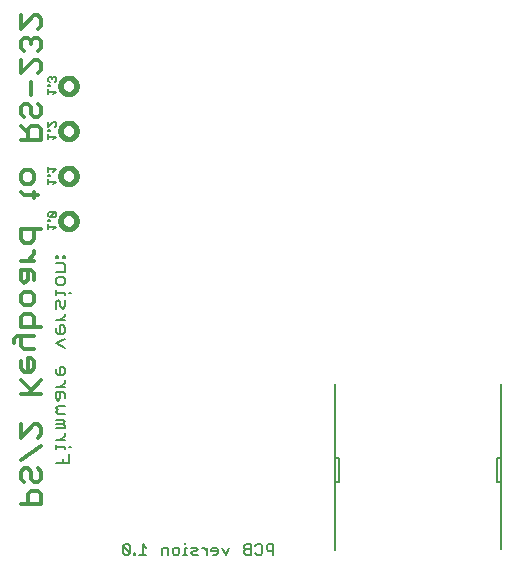
<source format=gbo>
G75*
%MOIN*%
%OFA0B0*%
%FSLAX25Y25*%
%IPPOS*%
%LPD*%
%AMOC8*
5,1,8,0,0,1.08239X$1,22.5*
%
%ADD10C,0.01200*%
%ADD11C,0.00800*%
%ADD12C,0.01600*%
%ADD13C,0.00500*%
%ADD14C,0.00600*%
D10*
X0009100Y0023100D02*
X0015906Y0023100D01*
X0015906Y0026503D01*
X0014772Y0027637D01*
X0012503Y0027637D01*
X0011369Y0026503D01*
X0011369Y0023100D01*
X0010234Y0030466D02*
X0009100Y0031601D01*
X0009100Y0033869D01*
X0010234Y0035003D01*
X0011369Y0035003D01*
X0012503Y0033869D01*
X0012503Y0031601D01*
X0013637Y0030466D01*
X0014772Y0030466D01*
X0015906Y0031601D01*
X0015906Y0033869D01*
X0014772Y0035003D01*
X0009100Y0037833D02*
X0015906Y0042370D01*
X0014772Y0045199D02*
X0015906Y0046333D01*
X0015906Y0048602D01*
X0014772Y0049736D01*
X0013637Y0049736D01*
X0009100Y0045199D01*
X0009100Y0049736D01*
X0009100Y0059931D02*
X0015906Y0059931D01*
X0012503Y0061066D02*
X0009100Y0064469D01*
X0010234Y0067298D02*
X0009100Y0068432D01*
X0009100Y0070701D01*
X0011369Y0071835D02*
X0011369Y0067298D01*
X0012503Y0067298D02*
X0013637Y0068432D01*
X0013637Y0070701D01*
X0012503Y0071835D01*
X0011369Y0071835D01*
X0010234Y0074664D02*
X0009100Y0075798D01*
X0009100Y0079201D01*
X0007966Y0079201D02*
X0006831Y0078067D01*
X0006831Y0076933D01*
X0007966Y0079201D02*
X0013637Y0079201D01*
X0013637Y0082030D02*
X0013637Y0085433D01*
X0012503Y0086568D01*
X0010234Y0086568D01*
X0009100Y0085433D01*
X0009100Y0082030D01*
X0015906Y0082030D01*
X0012503Y0089397D02*
X0010234Y0089397D01*
X0009100Y0090531D01*
X0009100Y0092800D01*
X0010234Y0093934D01*
X0012503Y0093934D01*
X0013637Y0092800D01*
X0013637Y0090531D01*
X0012503Y0089397D01*
X0010234Y0096763D02*
X0011369Y0097897D01*
X0011369Y0101300D01*
X0012503Y0101300D02*
X0009100Y0101300D01*
X0009100Y0097897D01*
X0010234Y0096763D01*
X0013637Y0097897D02*
X0013637Y0100166D01*
X0012503Y0101300D01*
X0013637Y0104129D02*
X0009100Y0104129D01*
X0011369Y0104129D02*
X0013637Y0106398D01*
X0013637Y0107532D01*
X0012503Y0110268D02*
X0013637Y0111402D01*
X0013637Y0114805D01*
X0015906Y0114805D02*
X0009100Y0114805D01*
X0009100Y0111402D01*
X0010234Y0110268D01*
X0012503Y0110268D01*
X0013637Y0125000D02*
X0013637Y0127269D01*
X0014772Y0126135D02*
X0010234Y0126135D01*
X0009100Y0127269D01*
X0010234Y0129911D02*
X0009100Y0131045D01*
X0009100Y0133314D01*
X0010234Y0134448D01*
X0012503Y0134448D01*
X0013637Y0133314D01*
X0013637Y0131045D01*
X0012503Y0129911D01*
X0010234Y0129911D01*
X0009100Y0144644D02*
X0015906Y0144644D01*
X0015906Y0148047D01*
X0014772Y0149181D01*
X0012503Y0149181D01*
X0011369Y0148047D01*
X0011369Y0144644D01*
X0011369Y0146912D02*
X0009100Y0149181D01*
X0010234Y0152010D02*
X0009100Y0153144D01*
X0009100Y0155413D01*
X0010234Y0156547D01*
X0011369Y0156547D01*
X0012503Y0155413D01*
X0012503Y0153144D01*
X0013637Y0152010D01*
X0014772Y0152010D01*
X0015906Y0153144D01*
X0015906Y0155413D01*
X0014772Y0156547D01*
X0012503Y0159376D02*
X0012503Y0163914D01*
X0014772Y0166743D02*
X0015906Y0167877D01*
X0015906Y0170146D01*
X0014772Y0171280D01*
X0013637Y0171280D01*
X0009100Y0166743D01*
X0009100Y0171280D01*
X0010234Y0174109D02*
X0009100Y0175243D01*
X0009100Y0177512D01*
X0010234Y0178646D01*
X0011369Y0178646D01*
X0012503Y0177512D01*
X0012503Y0176378D01*
X0012503Y0177512D02*
X0013637Y0178646D01*
X0014772Y0178646D01*
X0015906Y0177512D01*
X0015906Y0175243D01*
X0014772Y0174109D01*
X0014772Y0181475D02*
X0015906Y0182610D01*
X0015906Y0184878D01*
X0014772Y0186012D01*
X0013637Y0186012D01*
X0009100Y0181475D01*
X0009100Y0186012D01*
X0010234Y0074664D02*
X0013637Y0074664D01*
X0012503Y0067298D02*
X0010234Y0067298D01*
X0015906Y0064469D02*
X0011369Y0059931D01*
D11*
X0020900Y0060420D02*
X0020900Y0058318D01*
X0021601Y0057618D01*
X0022301Y0058318D01*
X0022301Y0060420D01*
X0023002Y0060420D02*
X0020900Y0060420D01*
X0020900Y0062222D02*
X0023702Y0062222D01*
X0022301Y0062222D02*
X0023702Y0063623D01*
X0023702Y0064323D01*
X0023002Y0066058D02*
X0021601Y0066058D01*
X0020900Y0066759D01*
X0020900Y0068160D01*
X0022301Y0068861D02*
X0022301Y0066058D01*
X0023002Y0066058D02*
X0023702Y0066759D01*
X0023702Y0068160D01*
X0023002Y0068861D01*
X0022301Y0068861D01*
X0023702Y0075266D02*
X0020900Y0076667D01*
X0023702Y0078068D01*
X0023002Y0079870D02*
X0021601Y0079870D01*
X0020900Y0080571D01*
X0020900Y0081972D01*
X0022301Y0082672D02*
X0022301Y0079870D01*
X0023002Y0079870D02*
X0023702Y0080571D01*
X0023702Y0081972D01*
X0023002Y0082672D01*
X0022301Y0082672D01*
X0022301Y0084474D02*
X0023702Y0085875D01*
X0023702Y0086576D01*
X0023002Y0088310D02*
X0023702Y0089011D01*
X0023702Y0091113D01*
X0022301Y0090412D02*
X0022301Y0089011D01*
X0023002Y0088310D01*
X0020900Y0088310D02*
X0020900Y0090412D01*
X0021601Y0091113D01*
X0022301Y0090412D01*
X0020900Y0092914D02*
X0020900Y0094316D01*
X0020900Y0093615D02*
X0023702Y0093615D01*
X0023702Y0092914D01*
X0025104Y0093615D02*
X0025804Y0093615D01*
X0023002Y0095984D02*
X0021601Y0095984D01*
X0020900Y0096684D01*
X0020900Y0098085D01*
X0021601Y0098786D01*
X0023002Y0098786D01*
X0023702Y0098085D01*
X0023702Y0096684D01*
X0023002Y0095984D01*
X0023702Y0100588D02*
X0020900Y0100588D01*
X0020900Y0103390D02*
X0023002Y0103390D01*
X0023702Y0102689D01*
X0023702Y0100588D01*
X0023702Y0105192D02*
X0023002Y0105192D01*
X0023002Y0105892D01*
X0023702Y0105892D01*
X0023702Y0105192D01*
X0021601Y0105192D02*
X0020900Y0105192D01*
X0020900Y0105892D01*
X0021601Y0105892D01*
X0021601Y0105192D01*
X0020900Y0084474D02*
X0023702Y0084474D01*
X0023002Y0060420D02*
X0023702Y0059719D01*
X0023702Y0058318D01*
X0023702Y0055816D02*
X0021601Y0055816D01*
X0020900Y0055116D01*
X0021601Y0054415D01*
X0020900Y0053714D01*
X0021601Y0053014D01*
X0023702Y0053014D01*
X0023002Y0051212D02*
X0020900Y0051212D01*
X0020900Y0049811D02*
X0023002Y0049811D01*
X0023702Y0050512D01*
X0023002Y0051212D01*
X0023002Y0049811D02*
X0023702Y0049110D01*
X0023702Y0048410D01*
X0020900Y0048410D01*
X0023702Y0046675D02*
X0023702Y0045974D01*
X0022301Y0044573D01*
X0020900Y0044573D02*
X0023702Y0044573D01*
X0023702Y0042205D02*
X0020900Y0042205D01*
X0020900Y0042905D02*
X0020900Y0041504D01*
X0023702Y0041504D02*
X0023702Y0042205D01*
X0025104Y0042205D02*
X0025804Y0042205D01*
X0025104Y0039702D02*
X0025104Y0036900D01*
X0020900Y0036900D01*
X0023002Y0036900D02*
X0023002Y0038301D01*
D12*
X0022307Y0117500D02*
X0022309Y0117603D01*
X0022315Y0117706D01*
X0022325Y0117809D01*
X0022339Y0117911D01*
X0022356Y0118013D01*
X0022378Y0118114D01*
X0022403Y0118214D01*
X0022433Y0118313D01*
X0022466Y0118410D01*
X0022502Y0118507D01*
X0022543Y0118602D01*
X0022587Y0118695D01*
X0022634Y0118786D01*
X0022685Y0118876D01*
X0022740Y0118964D01*
X0022797Y0119049D01*
X0022858Y0119133D01*
X0022922Y0119213D01*
X0022990Y0119292D01*
X0023060Y0119367D01*
X0023133Y0119440D01*
X0023208Y0119510D01*
X0023287Y0119578D01*
X0023367Y0119642D01*
X0023451Y0119703D01*
X0023536Y0119760D01*
X0023624Y0119815D01*
X0023714Y0119866D01*
X0023805Y0119913D01*
X0023898Y0119957D01*
X0023993Y0119998D01*
X0024090Y0120034D01*
X0024187Y0120067D01*
X0024286Y0120097D01*
X0024386Y0120122D01*
X0024487Y0120144D01*
X0024589Y0120161D01*
X0024691Y0120175D01*
X0024794Y0120185D01*
X0024897Y0120191D01*
X0025000Y0120193D01*
X0025103Y0120191D01*
X0025206Y0120185D01*
X0025309Y0120175D01*
X0025411Y0120161D01*
X0025513Y0120144D01*
X0025614Y0120122D01*
X0025714Y0120097D01*
X0025813Y0120067D01*
X0025910Y0120034D01*
X0026007Y0119998D01*
X0026102Y0119957D01*
X0026195Y0119913D01*
X0026286Y0119866D01*
X0026376Y0119815D01*
X0026464Y0119760D01*
X0026549Y0119703D01*
X0026633Y0119642D01*
X0026713Y0119578D01*
X0026792Y0119510D01*
X0026867Y0119440D01*
X0026940Y0119367D01*
X0027010Y0119292D01*
X0027078Y0119213D01*
X0027142Y0119133D01*
X0027203Y0119049D01*
X0027260Y0118964D01*
X0027315Y0118876D01*
X0027366Y0118786D01*
X0027413Y0118695D01*
X0027457Y0118602D01*
X0027498Y0118507D01*
X0027534Y0118410D01*
X0027567Y0118313D01*
X0027597Y0118214D01*
X0027622Y0118114D01*
X0027644Y0118013D01*
X0027661Y0117911D01*
X0027675Y0117809D01*
X0027685Y0117706D01*
X0027691Y0117603D01*
X0027693Y0117500D01*
X0027691Y0117397D01*
X0027685Y0117294D01*
X0027675Y0117191D01*
X0027661Y0117089D01*
X0027644Y0116987D01*
X0027622Y0116886D01*
X0027597Y0116786D01*
X0027567Y0116687D01*
X0027534Y0116590D01*
X0027498Y0116493D01*
X0027457Y0116398D01*
X0027413Y0116305D01*
X0027366Y0116214D01*
X0027315Y0116124D01*
X0027260Y0116036D01*
X0027203Y0115951D01*
X0027142Y0115867D01*
X0027078Y0115787D01*
X0027010Y0115708D01*
X0026940Y0115633D01*
X0026867Y0115560D01*
X0026792Y0115490D01*
X0026713Y0115422D01*
X0026633Y0115358D01*
X0026549Y0115297D01*
X0026464Y0115240D01*
X0026376Y0115185D01*
X0026286Y0115134D01*
X0026195Y0115087D01*
X0026102Y0115043D01*
X0026007Y0115002D01*
X0025910Y0114966D01*
X0025813Y0114933D01*
X0025714Y0114903D01*
X0025614Y0114878D01*
X0025513Y0114856D01*
X0025411Y0114839D01*
X0025309Y0114825D01*
X0025206Y0114815D01*
X0025103Y0114809D01*
X0025000Y0114807D01*
X0024897Y0114809D01*
X0024794Y0114815D01*
X0024691Y0114825D01*
X0024589Y0114839D01*
X0024487Y0114856D01*
X0024386Y0114878D01*
X0024286Y0114903D01*
X0024187Y0114933D01*
X0024090Y0114966D01*
X0023993Y0115002D01*
X0023898Y0115043D01*
X0023805Y0115087D01*
X0023714Y0115134D01*
X0023624Y0115185D01*
X0023536Y0115240D01*
X0023451Y0115297D01*
X0023367Y0115358D01*
X0023287Y0115422D01*
X0023208Y0115490D01*
X0023133Y0115560D01*
X0023060Y0115633D01*
X0022990Y0115708D01*
X0022922Y0115787D01*
X0022858Y0115867D01*
X0022797Y0115951D01*
X0022740Y0116036D01*
X0022685Y0116124D01*
X0022634Y0116214D01*
X0022587Y0116305D01*
X0022543Y0116398D01*
X0022502Y0116493D01*
X0022466Y0116590D01*
X0022433Y0116687D01*
X0022403Y0116786D01*
X0022378Y0116886D01*
X0022356Y0116987D01*
X0022339Y0117089D01*
X0022325Y0117191D01*
X0022315Y0117294D01*
X0022309Y0117397D01*
X0022307Y0117500D01*
X0022307Y0132500D02*
X0022309Y0132603D01*
X0022315Y0132706D01*
X0022325Y0132809D01*
X0022339Y0132911D01*
X0022356Y0133013D01*
X0022378Y0133114D01*
X0022403Y0133214D01*
X0022433Y0133313D01*
X0022466Y0133410D01*
X0022502Y0133507D01*
X0022543Y0133602D01*
X0022587Y0133695D01*
X0022634Y0133786D01*
X0022685Y0133876D01*
X0022740Y0133964D01*
X0022797Y0134049D01*
X0022858Y0134133D01*
X0022922Y0134213D01*
X0022990Y0134292D01*
X0023060Y0134367D01*
X0023133Y0134440D01*
X0023208Y0134510D01*
X0023287Y0134578D01*
X0023367Y0134642D01*
X0023451Y0134703D01*
X0023536Y0134760D01*
X0023624Y0134815D01*
X0023714Y0134866D01*
X0023805Y0134913D01*
X0023898Y0134957D01*
X0023993Y0134998D01*
X0024090Y0135034D01*
X0024187Y0135067D01*
X0024286Y0135097D01*
X0024386Y0135122D01*
X0024487Y0135144D01*
X0024589Y0135161D01*
X0024691Y0135175D01*
X0024794Y0135185D01*
X0024897Y0135191D01*
X0025000Y0135193D01*
X0025103Y0135191D01*
X0025206Y0135185D01*
X0025309Y0135175D01*
X0025411Y0135161D01*
X0025513Y0135144D01*
X0025614Y0135122D01*
X0025714Y0135097D01*
X0025813Y0135067D01*
X0025910Y0135034D01*
X0026007Y0134998D01*
X0026102Y0134957D01*
X0026195Y0134913D01*
X0026286Y0134866D01*
X0026376Y0134815D01*
X0026464Y0134760D01*
X0026549Y0134703D01*
X0026633Y0134642D01*
X0026713Y0134578D01*
X0026792Y0134510D01*
X0026867Y0134440D01*
X0026940Y0134367D01*
X0027010Y0134292D01*
X0027078Y0134213D01*
X0027142Y0134133D01*
X0027203Y0134049D01*
X0027260Y0133964D01*
X0027315Y0133876D01*
X0027366Y0133786D01*
X0027413Y0133695D01*
X0027457Y0133602D01*
X0027498Y0133507D01*
X0027534Y0133410D01*
X0027567Y0133313D01*
X0027597Y0133214D01*
X0027622Y0133114D01*
X0027644Y0133013D01*
X0027661Y0132911D01*
X0027675Y0132809D01*
X0027685Y0132706D01*
X0027691Y0132603D01*
X0027693Y0132500D01*
X0027691Y0132397D01*
X0027685Y0132294D01*
X0027675Y0132191D01*
X0027661Y0132089D01*
X0027644Y0131987D01*
X0027622Y0131886D01*
X0027597Y0131786D01*
X0027567Y0131687D01*
X0027534Y0131590D01*
X0027498Y0131493D01*
X0027457Y0131398D01*
X0027413Y0131305D01*
X0027366Y0131214D01*
X0027315Y0131124D01*
X0027260Y0131036D01*
X0027203Y0130951D01*
X0027142Y0130867D01*
X0027078Y0130787D01*
X0027010Y0130708D01*
X0026940Y0130633D01*
X0026867Y0130560D01*
X0026792Y0130490D01*
X0026713Y0130422D01*
X0026633Y0130358D01*
X0026549Y0130297D01*
X0026464Y0130240D01*
X0026376Y0130185D01*
X0026286Y0130134D01*
X0026195Y0130087D01*
X0026102Y0130043D01*
X0026007Y0130002D01*
X0025910Y0129966D01*
X0025813Y0129933D01*
X0025714Y0129903D01*
X0025614Y0129878D01*
X0025513Y0129856D01*
X0025411Y0129839D01*
X0025309Y0129825D01*
X0025206Y0129815D01*
X0025103Y0129809D01*
X0025000Y0129807D01*
X0024897Y0129809D01*
X0024794Y0129815D01*
X0024691Y0129825D01*
X0024589Y0129839D01*
X0024487Y0129856D01*
X0024386Y0129878D01*
X0024286Y0129903D01*
X0024187Y0129933D01*
X0024090Y0129966D01*
X0023993Y0130002D01*
X0023898Y0130043D01*
X0023805Y0130087D01*
X0023714Y0130134D01*
X0023624Y0130185D01*
X0023536Y0130240D01*
X0023451Y0130297D01*
X0023367Y0130358D01*
X0023287Y0130422D01*
X0023208Y0130490D01*
X0023133Y0130560D01*
X0023060Y0130633D01*
X0022990Y0130708D01*
X0022922Y0130787D01*
X0022858Y0130867D01*
X0022797Y0130951D01*
X0022740Y0131036D01*
X0022685Y0131124D01*
X0022634Y0131214D01*
X0022587Y0131305D01*
X0022543Y0131398D01*
X0022502Y0131493D01*
X0022466Y0131590D01*
X0022433Y0131687D01*
X0022403Y0131786D01*
X0022378Y0131886D01*
X0022356Y0131987D01*
X0022339Y0132089D01*
X0022325Y0132191D01*
X0022315Y0132294D01*
X0022309Y0132397D01*
X0022307Y0132500D01*
X0022307Y0147500D02*
X0022309Y0147603D01*
X0022315Y0147706D01*
X0022325Y0147809D01*
X0022339Y0147911D01*
X0022356Y0148013D01*
X0022378Y0148114D01*
X0022403Y0148214D01*
X0022433Y0148313D01*
X0022466Y0148410D01*
X0022502Y0148507D01*
X0022543Y0148602D01*
X0022587Y0148695D01*
X0022634Y0148786D01*
X0022685Y0148876D01*
X0022740Y0148964D01*
X0022797Y0149049D01*
X0022858Y0149133D01*
X0022922Y0149213D01*
X0022990Y0149292D01*
X0023060Y0149367D01*
X0023133Y0149440D01*
X0023208Y0149510D01*
X0023287Y0149578D01*
X0023367Y0149642D01*
X0023451Y0149703D01*
X0023536Y0149760D01*
X0023624Y0149815D01*
X0023714Y0149866D01*
X0023805Y0149913D01*
X0023898Y0149957D01*
X0023993Y0149998D01*
X0024090Y0150034D01*
X0024187Y0150067D01*
X0024286Y0150097D01*
X0024386Y0150122D01*
X0024487Y0150144D01*
X0024589Y0150161D01*
X0024691Y0150175D01*
X0024794Y0150185D01*
X0024897Y0150191D01*
X0025000Y0150193D01*
X0025103Y0150191D01*
X0025206Y0150185D01*
X0025309Y0150175D01*
X0025411Y0150161D01*
X0025513Y0150144D01*
X0025614Y0150122D01*
X0025714Y0150097D01*
X0025813Y0150067D01*
X0025910Y0150034D01*
X0026007Y0149998D01*
X0026102Y0149957D01*
X0026195Y0149913D01*
X0026286Y0149866D01*
X0026376Y0149815D01*
X0026464Y0149760D01*
X0026549Y0149703D01*
X0026633Y0149642D01*
X0026713Y0149578D01*
X0026792Y0149510D01*
X0026867Y0149440D01*
X0026940Y0149367D01*
X0027010Y0149292D01*
X0027078Y0149213D01*
X0027142Y0149133D01*
X0027203Y0149049D01*
X0027260Y0148964D01*
X0027315Y0148876D01*
X0027366Y0148786D01*
X0027413Y0148695D01*
X0027457Y0148602D01*
X0027498Y0148507D01*
X0027534Y0148410D01*
X0027567Y0148313D01*
X0027597Y0148214D01*
X0027622Y0148114D01*
X0027644Y0148013D01*
X0027661Y0147911D01*
X0027675Y0147809D01*
X0027685Y0147706D01*
X0027691Y0147603D01*
X0027693Y0147500D01*
X0027691Y0147397D01*
X0027685Y0147294D01*
X0027675Y0147191D01*
X0027661Y0147089D01*
X0027644Y0146987D01*
X0027622Y0146886D01*
X0027597Y0146786D01*
X0027567Y0146687D01*
X0027534Y0146590D01*
X0027498Y0146493D01*
X0027457Y0146398D01*
X0027413Y0146305D01*
X0027366Y0146214D01*
X0027315Y0146124D01*
X0027260Y0146036D01*
X0027203Y0145951D01*
X0027142Y0145867D01*
X0027078Y0145787D01*
X0027010Y0145708D01*
X0026940Y0145633D01*
X0026867Y0145560D01*
X0026792Y0145490D01*
X0026713Y0145422D01*
X0026633Y0145358D01*
X0026549Y0145297D01*
X0026464Y0145240D01*
X0026376Y0145185D01*
X0026286Y0145134D01*
X0026195Y0145087D01*
X0026102Y0145043D01*
X0026007Y0145002D01*
X0025910Y0144966D01*
X0025813Y0144933D01*
X0025714Y0144903D01*
X0025614Y0144878D01*
X0025513Y0144856D01*
X0025411Y0144839D01*
X0025309Y0144825D01*
X0025206Y0144815D01*
X0025103Y0144809D01*
X0025000Y0144807D01*
X0024897Y0144809D01*
X0024794Y0144815D01*
X0024691Y0144825D01*
X0024589Y0144839D01*
X0024487Y0144856D01*
X0024386Y0144878D01*
X0024286Y0144903D01*
X0024187Y0144933D01*
X0024090Y0144966D01*
X0023993Y0145002D01*
X0023898Y0145043D01*
X0023805Y0145087D01*
X0023714Y0145134D01*
X0023624Y0145185D01*
X0023536Y0145240D01*
X0023451Y0145297D01*
X0023367Y0145358D01*
X0023287Y0145422D01*
X0023208Y0145490D01*
X0023133Y0145560D01*
X0023060Y0145633D01*
X0022990Y0145708D01*
X0022922Y0145787D01*
X0022858Y0145867D01*
X0022797Y0145951D01*
X0022740Y0146036D01*
X0022685Y0146124D01*
X0022634Y0146214D01*
X0022587Y0146305D01*
X0022543Y0146398D01*
X0022502Y0146493D01*
X0022466Y0146590D01*
X0022433Y0146687D01*
X0022403Y0146786D01*
X0022378Y0146886D01*
X0022356Y0146987D01*
X0022339Y0147089D01*
X0022325Y0147191D01*
X0022315Y0147294D01*
X0022309Y0147397D01*
X0022307Y0147500D01*
X0022307Y0162500D02*
X0022309Y0162603D01*
X0022315Y0162706D01*
X0022325Y0162809D01*
X0022339Y0162911D01*
X0022356Y0163013D01*
X0022378Y0163114D01*
X0022403Y0163214D01*
X0022433Y0163313D01*
X0022466Y0163410D01*
X0022502Y0163507D01*
X0022543Y0163602D01*
X0022587Y0163695D01*
X0022634Y0163786D01*
X0022685Y0163876D01*
X0022740Y0163964D01*
X0022797Y0164049D01*
X0022858Y0164133D01*
X0022922Y0164213D01*
X0022990Y0164292D01*
X0023060Y0164367D01*
X0023133Y0164440D01*
X0023208Y0164510D01*
X0023287Y0164578D01*
X0023367Y0164642D01*
X0023451Y0164703D01*
X0023536Y0164760D01*
X0023624Y0164815D01*
X0023714Y0164866D01*
X0023805Y0164913D01*
X0023898Y0164957D01*
X0023993Y0164998D01*
X0024090Y0165034D01*
X0024187Y0165067D01*
X0024286Y0165097D01*
X0024386Y0165122D01*
X0024487Y0165144D01*
X0024589Y0165161D01*
X0024691Y0165175D01*
X0024794Y0165185D01*
X0024897Y0165191D01*
X0025000Y0165193D01*
X0025103Y0165191D01*
X0025206Y0165185D01*
X0025309Y0165175D01*
X0025411Y0165161D01*
X0025513Y0165144D01*
X0025614Y0165122D01*
X0025714Y0165097D01*
X0025813Y0165067D01*
X0025910Y0165034D01*
X0026007Y0164998D01*
X0026102Y0164957D01*
X0026195Y0164913D01*
X0026286Y0164866D01*
X0026376Y0164815D01*
X0026464Y0164760D01*
X0026549Y0164703D01*
X0026633Y0164642D01*
X0026713Y0164578D01*
X0026792Y0164510D01*
X0026867Y0164440D01*
X0026940Y0164367D01*
X0027010Y0164292D01*
X0027078Y0164213D01*
X0027142Y0164133D01*
X0027203Y0164049D01*
X0027260Y0163964D01*
X0027315Y0163876D01*
X0027366Y0163786D01*
X0027413Y0163695D01*
X0027457Y0163602D01*
X0027498Y0163507D01*
X0027534Y0163410D01*
X0027567Y0163313D01*
X0027597Y0163214D01*
X0027622Y0163114D01*
X0027644Y0163013D01*
X0027661Y0162911D01*
X0027675Y0162809D01*
X0027685Y0162706D01*
X0027691Y0162603D01*
X0027693Y0162500D01*
X0027691Y0162397D01*
X0027685Y0162294D01*
X0027675Y0162191D01*
X0027661Y0162089D01*
X0027644Y0161987D01*
X0027622Y0161886D01*
X0027597Y0161786D01*
X0027567Y0161687D01*
X0027534Y0161590D01*
X0027498Y0161493D01*
X0027457Y0161398D01*
X0027413Y0161305D01*
X0027366Y0161214D01*
X0027315Y0161124D01*
X0027260Y0161036D01*
X0027203Y0160951D01*
X0027142Y0160867D01*
X0027078Y0160787D01*
X0027010Y0160708D01*
X0026940Y0160633D01*
X0026867Y0160560D01*
X0026792Y0160490D01*
X0026713Y0160422D01*
X0026633Y0160358D01*
X0026549Y0160297D01*
X0026464Y0160240D01*
X0026376Y0160185D01*
X0026286Y0160134D01*
X0026195Y0160087D01*
X0026102Y0160043D01*
X0026007Y0160002D01*
X0025910Y0159966D01*
X0025813Y0159933D01*
X0025714Y0159903D01*
X0025614Y0159878D01*
X0025513Y0159856D01*
X0025411Y0159839D01*
X0025309Y0159825D01*
X0025206Y0159815D01*
X0025103Y0159809D01*
X0025000Y0159807D01*
X0024897Y0159809D01*
X0024794Y0159815D01*
X0024691Y0159825D01*
X0024589Y0159839D01*
X0024487Y0159856D01*
X0024386Y0159878D01*
X0024286Y0159903D01*
X0024187Y0159933D01*
X0024090Y0159966D01*
X0023993Y0160002D01*
X0023898Y0160043D01*
X0023805Y0160087D01*
X0023714Y0160134D01*
X0023624Y0160185D01*
X0023536Y0160240D01*
X0023451Y0160297D01*
X0023367Y0160358D01*
X0023287Y0160422D01*
X0023208Y0160490D01*
X0023133Y0160560D01*
X0023060Y0160633D01*
X0022990Y0160708D01*
X0022922Y0160787D01*
X0022858Y0160867D01*
X0022797Y0160951D01*
X0022740Y0161036D01*
X0022685Y0161124D01*
X0022634Y0161214D01*
X0022587Y0161305D01*
X0022543Y0161398D01*
X0022502Y0161493D01*
X0022466Y0161590D01*
X0022433Y0161687D01*
X0022403Y0161786D01*
X0022378Y0161886D01*
X0022356Y0161987D01*
X0022339Y0162089D01*
X0022325Y0162191D01*
X0022315Y0162294D01*
X0022309Y0162397D01*
X0022307Y0162500D01*
D13*
X0020752Y0164311D02*
X0020752Y0165145D01*
X0020335Y0165562D01*
X0019918Y0165562D01*
X0019501Y0165145D01*
X0019084Y0165562D01*
X0018667Y0165562D01*
X0018250Y0165145D01*
X0018250Y0164311D01*
X0018667Y0163894D01*
X0018667Y0162929D02*
X0018250Y0162929D01*
X0018250Y0162512D01*
X0018667Y0162512D01*
X0018667Y0162929D01*
X0018250Y0161418D02*
X0018250Y0159750D01*
X0018250Y0160584D02*
X0020752Y0160584D01*
X0019918Y0159750D01*
X0020335Y0163894D02*
X0020752Y0164311D01*
X0019501Y0164728D02*
X0019501Y0165145D01*
X0019918Y0150562D02*
X0018250Y0148894D01*
X0018250Y0150562D01*
X0019918Y0150562D02*
X0020335Y0150562D01*
X0020752Y0150145D01*
X0020752Y0149311D01*
X0020335Y0148894D01*
X0018667Y0147929D02*
X0018250Y0147929D01*
X0018250Y0147512D01*
X0018667Y0147512D01*
X0018667Y0147929D01*
X0018250Y0146418D02*
X0018250Y0144750D01*
X0018250Y0145584D02*
X0020752Y0145584D01*
X0019918Y0144750D01*
X0018250Y0135562D02*
X0018250Y0133894D01*
X0018250Y0134728D02*
X0020752Y0134728D01*
X0019918Y0133894D01*
X0018667Y0132929D02*
X0018250Y0132929D01*
X0018250Y0132512D01*
X0018667Y0132512D01*
X0018667Y0132929D01*
X0018250Y0131418D02*
X0018250Y0129750D01*
X0018250Y0130584D02*
X0020752Y0130584D01*
X0019918Y0129750D01*
X0020335Y0120562D02*
X0018667Y0120562D01*
X0018250Y0120145D01*
X0018250Y0119311D01*
X0018667Y0118894D01*
X0020335Y0120562D01*
X0020752Y0120145D01*
X0020752Y0119311D01*
X0020335Y0118894D01*
X0018667Y0118894D01*
X0018667Y0117929D02*
X0018250Y0117929D01*
X0018250Y0117512D01*
X0018667Y0117512D01*
X0018667Y0117929D01*
X0018250Y0116418D02*
X0018250Y0114750D01*
X0018250Y0115584D02*
X0020752Y0115584D01*
X0019918Y0114750D01*
X0113941Y0062996D02*
X0113941Y0038390D01*
X0115122Y0038390D01*
X0115122Y0030516D01*
X0113941Y0030516D01*
X0113941Y0007681D01*
X0113941Y0030516D02*
X0113941Y0038390D01*
X0167878Y0038390D02*
X0167878Y0030516D01*
X0169059Y0030516D01*
X0169059Y0063193D01*
X0168862Y0038390D02*
X0167878Y0038390D01*
X0169059Y0030516D02*
X0169059Y0008075D01*
D14*
X0093264Y0007434D02*
X0091563Y0007434D01*
X0090995Y0008001D01*
X0090995Y0009136D01*
X0091563Y0009703D01*
X0093264Y0009703D01*
X0093264Y0006300D01*
X0089581Y0006867D02*
X0089581Y0009136D01*
X0089014Y0009703D01*
X0087879Y0009703D01*
X0087312Y0009136D01*
X0085898Y0009703D02*
X0084196Y0009703D01*
X0083629Y0009136D01*
X0083629Y0008569D01*
X0084196Y0008001D01*
X0085898Y0008001D01*
X0085898Y0006300D02*
X0084196Y0006300D01*
X0083629Y0006867D01*
X0083629Y0007434D01*
X0084196Y0008001D01*
X0085898Y0006300D02*
X0085898Y0009703D01*
X0087312Y0006867D02*
X0087879Y0006300D01*
X0089014Y0006300D01*
X0089581Y0006867D01*
X0078531Y0008569D02*
X0077397Y0006300D01*
X0076263Y0008569D01*
X0074848Y0008001D02*
X0074281Y0008569D01*
X0073147Y0008569D01*
X0072580Y0008001D01*
X0072580Y0007434D01*
X0074848Y0007434D01*
X0074848Y0006867D02*
X0074848Y0008001D01*
X0074848Y0006867D02*
X0074281Y0006300D01*
X0073147Y0006300D01*
X0071165Y0006300D02*
X0071165Y0008569D01*
X0070031Y0008569D02*
X0069464Y0008569D01*
X0070031Y0008569D02*
X0071165Y0007434D01*
X0068096Y0008001D02*
X0067529Y0008569D01*
X0065827Y0008569D01*
X0066394Y0007434D02*
X0065827Y0006867D01*
X0066394Y0006300D01*
X0068096Y0006300D01*
X0067529Y0007434D02*
X0068096Y0008001D01*
X0067529Y0007434D02*
X0066394Y0007434D01*
X0064413Y0006300D02*
X0063278Y0006300D01*
X0063846Y0006300D02*
X0063846Y0008569D01*
X0064413Y0008569D01*
X0063846Y0009703D02*
X0063846Y0010270D01*
X0061957Y0008001D02*
X0061390Y0008569D01*
X0060256Y0008569D01*
X0059689Y0008001D01*
X0059689Y0006867D01*
X0060256Y0006300D01*
X0061390Y0006300D01*
X0061957Y0006867D01*
X0061957Y0008001D01*
X0058274Y0008569D02*
X0056573Y0008569D01*
X0056006Y0008001D01*
X0056006Y0006300D01*
X0058274Y0006300D02*
X0058274Y0008569D01*
X0050908Y0008569D02*
X0049774Y0009703D01*
X0049774Y0006300D01*
X0050908Y0006300D02*
X0048639Y0006300D01*
X0047225Y0006300D02*
X0046658Y0006300D01*
X0046658Y0006867D01*
X0047225Y0006867D01*
X0047225Y0006300D01*
X0045383Y0006867D02*
X0043115Y0009136D01*
X0043115Y0006867D01*
X0043682Y0006300D01*
X0044816Y0006300D01*
X0045383Y0006867D01*
X0045383Y0009136D01*
X0044816Y0009703D01*
X0043682Y0009703D01*
X0043115Y0009136D01*
M02*

</source>
